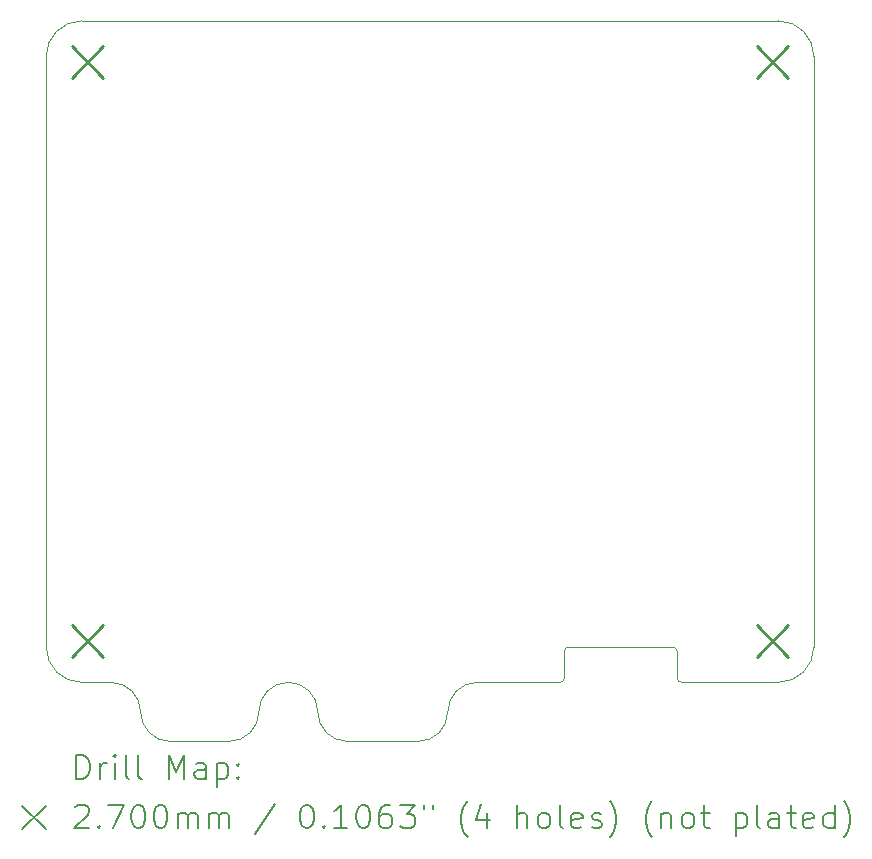
<source format=gbr>
%TF.GenerationSoftware,KiCad,Pcbnew,8.0.2*%
%TF.CreationDate,2024-07-09T10:44:44+02:00*%
%TF.ProjectId,AMS Dongle,414d5320-446f-46e6-976c-652e6b696361,rev?*%
%TF.SameCoordinates,Original*%
%TF.FileFunction,Drillmap*%
%TF.FilePolarity,Positive*%
%FSLAX45Y45*%
G04 Gerber Fmt 4.5, Leading zero omitted, Abs format (unit mm)*
G04 Created by KiCad (PCBNEW 8.0.2) date 2024-07-09 10:44:44*
%MOMM*%
%LPD*%
G01*
G04 APERTURE LIST*
%ADD10C,0.100000*%
%ADD11C,0.200000*%
%ADD12C,0.270000*%
G04 APERTURE END LIST*
D10*
X11800000Y-10250000D02*
G75*
G02*
X11550000Y-10500000I-250000J0D01*
G01*
X10550000Y-10000000D02*
G75*
G02*
X10800000Y-10250000I0J-250000D01*
G01*
X11800000Y-10250000D02*
G75*
G02*
X12050000Y-10000000I250000J0D01*
G01*
X16200000Y-4400000D02*
G75*
G02*
X16500000Y-4700000I0J-300000D01*
G01*
X16500000Y-9700000D02*
X16500000Y-4700000D01*
X14425000Y-9700000D02*
X15305000Y-9700000D01*
X10000000Y-4700000D02*
X10000000Y-6300000D01*
X13400000Y-10250000D02*
G75*
G02*
X13150000Y-10500000I-250000J0D01*
G01*
X12550000Y-10500000D02*
X13150000Y-10500000D01*
X10000000Y-6300000D02*
X10000000Y-8100000D01*
X14387500Y-9737500D02*
G75*
G02*
X14425000Y-9700000I37500J0D01*
G01*
X14387500Y-9965000D02*
X14387500Y-9737500D01*
X10300000Y-10000000D02*
G75*
G02*
X10000000Y-9700000I0J300000D01*
G01*
X14387500Y-9965000D02*
G75*
G02*
X14352500Y-10000000I-35000J0D01*
G01*
X12550000Y-10500000D02*
G75*
G02*
X12300000Y-10250000I0J250000D01*
G01*
X16050000Y-10000000D02*
X15592500Y-10000000D01*
X11050000Y-10500000D02*
X11550000Y-10500000D01*
X13650000Y-10000000D02*
X14137500Y-10000000D01*
X10300000Y-10000000D02*
X10550000Y-10000000D01*
X13400000Y-10250000D02*
G75*
G02*
X13650000Y-10000000I250000J0D01*
G01*
X14352500Y-10000000D02*
X14137500Y-10000000D01*
X15592500Y-10000000D02*
X15377500Y-10000000D01*
X12050000Y-10000000D02*
G75*
G02*
X12300000Y-10250000I0J-250000D01*
G01*
X11050000Y-10500000D02*
G75*
G02*
X10800000Y-10250000I0J250000D01*
G01*
X16050000Y-10000000D02*
X16200000Y-10000000D01*
X15342500Y-9965000D02*
X15342500Y-9737500D01*
X16500000Y-9700000D02*
G75*
G02*
X16200000Y-10000000I-300000J0D01*
G01*
X10000000Y-4700000D02*
G75*
G02*
X10300000Y-4400000I300000J0D01*
G01*
X15377500Y-10000000D02*
G75*
G02*
X15342500Y-9965000I0J35000D01*
G01*
X10000000Y-8100000D02*
X10000000Y-9700000D01*
X15305000Y-9700000D02*
G75*
G02*
X15342500Y-9737500I0J-37500D01*
G01*
X16200000Y-4400000D02*
X10300000Y-4400000D01*
D11*
D12*
X10215000Y-4615000D02*
X10485000Y-4885000D01*
X10485000Y-4615000D02*
X10215000Y-4885000D01*
X10215000Y-9515000D02*
X10485000Y-9785000D01*
X10485000Y-9515000D02*
X10215000Y-9785000D01*
X16015000Y-4615000D02*
X16285000Y-4885000D01*
X16285000Y-4615000D02*
X16015000Y-4885000D01*
X16015000Y-9515000D02*
X16285000Y-9785000D01*
X16285000Y-9515000D02*
X16015000Y-9785000D01*
D11*
X10255777Y-10816484D02*
X10255777Y-10616484D01*
X10255777Y-10616484D02*
X10303396Y-10616484D01*
X10303396Y-10616484D02*
X10331967Y-10626008D01*
X10331967Y-10626008D02*
X10351015Y-10645055D01*
X10351015Y-10645055D02*
X10360539Y-10664103D01*
X10360539Y-10664103D02*
X10370063Y-10702198D01*
X10370063Y-10702198D02*
X10370063Y-10730770D01*
X10370063Y-10730770D02*
X10360539Y-10768865D01*
X10360539Y-10768865D02*
X10351015Y-10787912D01*
X10351015Y-10787912D02*
X10331967Y-10806960D01*
X10331967Y-10806960D02*
X10303396Y-10816484D01*
X10303396Y-10816484D02*
X10255777Y-10816484D01*
X10455777Y-10816484D02*
X10455777Y-10683150D01*
X10455777Y-10721246D02*
X10465301Y-10702198D01*
X10465301Y-10702198D02*
X10474824Y-10692674D01*
X10474824Y-10692674D02*
X10493872Y-10683150D01*
X10493872Y-10683150D02*
X10512920Y-10683150D01*
X10579586Y-10816484D02*
X10579586Y-10683150D01*
X10579586Y-10616484D02*
X10570063Y-10626008D01*
X10570063Y-10626008D02*
X10579586Y-10635531D01*
X10579586Y-10635531D02*
X10589110Y-10626008D01*
X10589110Y-10626008D02*
X10579586Y-10616484D01*
X10579586Y-10616484D02*
X10579586Y-10635531D01*
X10703396Y-10816484D02*
X10684348Y-10806960D01*
X10684348Y-10806960D02*
X10674824Y-10787912D01*
X10674824Y-10787912D02*
X10674824Y-10616484D01*
X10808158Y-10816484D02*
X10789110Y-10806960D01*
X10789110Y-10806960D02*
X10779586Y-10787912D01*
X10779586Y-10787912D02*
X10779586Y-10616484D01*
X11036729Y-10816484D02*
X11036729Y-10616484D01*
X11036729Y-10616484D02*
X11103396Y-10759341D01*
X11103396Y-10759341D02*
X11170063Y-10616484D01*
X11170063Y-10616484D02*
X11170063Y-10816484D01*
X11351015Y-10816484D02*
X11351015Y-10711722D01*
X11351015Y-10711722D02*
X11341491Y-10692674D01*
X11341491Y-10692674D02*
X11322443Y-10683150D01*
X11322443Y-10683150D02*
X11284348Y-10683150D01*
X11284348Y-10683150D02*
X11265301Y-10692674D01*
X11351015Y-10806960D02*
X11331967Y-10816484D01*
X11331967Y-10816484D02*
X11284348Y-10816484D01*
X11284348Y-10816484D02*
X11265301Y-10806960D01*
X11265301Y-10806960D02*
X11255777Y-10787912D01*
X11255777Y-10787912D02*
X11255777Y-10768865D01*
X11255777Y-10768865D02*
X11265301Y-10749817D01*
X11265301Y-10749817D02*
X11284348Y-10740293D01*
X11284348Y-10740293D02*
X11331967Y-10740293D01*
X11331967Y-10740293D02*
X11351015Y-10730770D01*
X11446253Y-10683150D02*
X11446253Y-10883150D01*
X11446253Y-10692674D02*
X11465301Y-10683150D01*
X11465301Y-10683150D02*
X11503396Y-10683150D01*
X11503396Y-10683150D02*
X11522443Y-10692674D01*
X11522443Y-10692674D02*
X11531967Y-10702198D01*
X11531967Y-10702198D02*
X11541491Y-10721246D01*
X11541491Y-10721246D02*
X11541491Y-10778389D01*
X11541491Y-10778389D02*
X11531967Y-10797436D01*
X11531967Y-10797436D02*
X11522443Y-10806960D01*
X11522443Y-10806960D02*
X11503396Y-10816484D01*
X11503396Y-10816484D02*
X11465301Y-10816484D01*
X11465301Y-10816484D02*
X11446253Y-10806960D01*
X11627205Y-10797436D02*
X11636729Y-10806960D01*
X11636729Y-10806960D02*
X11627205Y-10816484D01*
X11627205Y-10816484D02*
X11617682Y-10806960D01*
X11617682Y-10806960D02*
X11627205Y-10797436D01*
X11627205Y-10797436D02*
X11627205Y-10816484D01*
X11627205Y-10692674D02*
X11636729Y-10702198D01*
X11636729Y-10702198D02*
X11627205Y-10711722D01*
X11627205Y-10711722D02*
X11617682Y-10702198D01*
X11617682Y-10702198D02*
X11627205Y-10692674D01*
X11627205Y-10692674D02*
X11627205Y-10711722D01*
X9795000Y-11045000D02*
X9995000Y-11245000D01*
X9995000Y-11045000D02*
X9795000Y-11245000D01*
X10246253Y-11055531D02*
X10255777Y-11046008D01*
X10255777Y-11046008D02*
X10274824Y-11036484D01*
X10274824Y-11036484D02*
X10322444Y-11036484D01*
X10322444Y-11036484D02*
X10341491Y-11046008D01*
X10341491Y-11046008D02*
X10351015Y-11055531D01*
X10351015Y-11055531D02*
X10360539Y-11074579D01*
X10360539Y-11074579D02*
X10360539Y-11093627D01*
X10360539Y-11093627D02*
X10351015Y-11122198D01*
X10351015Y-11122198D02*
X10236729Y-11236484D01*
X10236729Y-11236484D02*
X10360539Y-11236484D01*
X10446253Y-11217436D02*
X10455777Y-11226960D01*
X10455777Y-11226960D02*
X10446253Y-11236484D01*
X10446253Y-11236484D02*
X10436729Y-11226960D01*
X10436729Y-11226960D02*
X10446253Y-11217436D01*
X10446253Y-11217436D02*
X10446253Y-11236484D01*
X10522444Y-11036484D02*
X10655777Y-11036484D01*
X10655777Y-11036484D02*
X10570063Y-11236484D01*
X10770063Y-11036484D02*
X10789110Y-11036484D01*
X10789110Y-11036484D02*
X10808158Y-11046008D01*
X10808158Y-11046008D02*
X10817682Y-11055531D01*
X10817682Y-11055531D02*
X10827205Y-11074579D01*
X10827205Y-11074579D02*
X10836729Y-11112674D01*
X10836729Y-11112674D02*
X10836729Y-11160293D01*
X10836729Y-11160293D02*
X10827205Y-11198388D01*
X10827205Y-11198388D02*
X10817682Y-11217436D01*
X10817682Y-11217436D02*
X10808158Y-11226960D01*
X10808158Y-11226960D02*
X10789110Y-11236484D01*
X10789110Y-11236484D02*
X10770063Y-11236484D01*
X10770063Y-11236484D02*
X10751015Y-11226960D01*
X10751015Y-11226960D02*
X10741491Y-11217436D01*
X10741491Y-11217436D02*
X10731967Y-11198388D01*
X10731967Y-11198388D02*
X10722444Y-11160293D01*
X10722444Y-11160293D02*
X10722444Y-11112674D01*
X10722444Y-11112674D02*
X10731967Y-11074579D01*
X10731967Y-11074579D02*
X10741491Y-11055531D01*
X10741491Y-11055531D02*
X10751015Y-11046008D01*
X10751015Y-11046008D02*
X10770063Y-11036484D01*
X10960539Y-11036484D02*
X10979586Y-11036484D01*
X10979586Y-11036484D02*
X10998634Y-11046008D01*
X10998634Y-11046008D02*
X11008158Y-11055531D01*
X11008158Y-11055531D02*
X11017682Y-11074579D01*
X11017682Y-11074579D02*
X11027205Y-11112674D01*
X11027205Y-11112674D02*
X11027205Y-11160293D01*
X11027205Y-11160293D02*
X11017682Y-11198388D01*
X11017682Y-11198388D02*
X11008158Y-11217436D01*
X11008158Y-11217436D02*
X10998634Y-11226960D01*
X10998634Y-11226960D02*
X10979586Y-11236484D01*
X10979586Y-11236484D02*
X10960539Y-11236484D01*
X10960539Y-11236484D02*
X10941491Y-11226960D01*
X10941491Y-11226960D02*
X10931967Y-11217436D01*
X10931967Y-11217436D02*
X10922444Y-11198388D01*
X10922444Y-11198388D02*
X10912920Y-11160293D01*
X10912920Y-11160293D02*
X10912920Y-11112674D01*
X10912920Y-11112674D02*
X10922444Y-11074579D01*
X10922444Y-11074579D02*
X10931967Y-11055531D01*
X10931967Y-11055531D02*
X10941491Y-11046008D01*
X10941491Y-11046008D02*
X10960539Y-11036484D01*
X11112920Y-11236484D02*
X11112920Y-11103150D01*
X11112920Y-11122198D02*
X11122444Y-11112674D01*
X11122444Y-11112674D02*
X11141491Y-11103150D01*
X11141491Y-11103150D02*
X11170063Y-11103150D01*
X11170063Y-11103150D02*
X11189110Y-11112674D01*
X11189110Y-11112674D02*
X11198634Y-11131722D01*
X11198634Y-11131722D02*
X11198634Y-11236484D01*
X11198634Y-11131722D02*
X11208158Y-11112674D01*
X11208158Y-11112674D02*
X11227205Y-11103150D01*
X11227205Y-11103150D02*
X11255777Y-11103150D01*
X11255777Y-11103150D02*
X11274824Y-11112674D01*
X11274824Y-11112674D02*
X11284348Y-11131722D01*
X11284348Y-11131722D02*
X11284348Y-11236484D01*
X11379586Y-11236484D02*
X11379586Y-11103150D01*
X11379586Y-11122198D02*
X11389110Y-11112674D01*
X11389110Y-11112674D02*
X11408158Y-11103150D01*
X11408158Y-11103150D02*
X11436729Y-11103150D01*
X11436729Y-11103150D02*
X11455777Y-11112674D01*
X11455777Y-11112674D02*
X11465301Y-11131722D01*
X11465301Y-11131722D02*
X11465301Y-11236484D01*
X11465301Y-11131722D02*
X11474824Y-11112674D01*
X11474824Y-11112674D02*
X11493872Y-11103150D01*
X11493872Y-11103150D02*
X11522443Y-11103150D01*
X11522443Y-11103150D02*
X11541491Y-11112674D01*
X11541491Y-11112674D02*
X11551015Y-11131722D01*
X11551015Y-11131722D02*
X11551015Y-11236484D01*
X11941491Y-11026960D02*
X11770063Y-11284103D01*
X12198634Y-11036484D02*
X12217682Y-11036484D01*
X12217682Y-11036484D02*
X12236729Y-11046008D01*
X12236729Y-11046008D02*
X12246253Y-11055531D01*
X12246253Y-11055531D02*
X12255777Y-11074579D01*
X12255777Y-11074579D02*
X12265301Y-11112674D01*
X12265301Y-11112674D02*
X12265301Y-11160293D01*
X12265301Y-11160293D02*
X12255777Y-11198388D01*
X12255777Y-11198388D02*
X12246253Y-11217436D01*
X12246253Y-11217436D02*
X12236729Y-11226960D01*
X12236729Y-11226960D02*
X12217682Y-11236484D01*
X12217682Y-11236484D02*
X12198634Y-11236484D01*
X12198634Y-11236484D02*
X12179586Y-11226960D01*
X12179586Y-11226960D02*
X12170063Y-11217436D01*
X12170063Y-11217436D02*
X12160539Y-11198388D01*
X12160539Y-11198388D02*
X12151015Y-11160293D01*
X12151015Y-11160293D02*
X12151015Y-11112674D01*
X12151015Y-11112674D02*
X12160539Y-11074579D01*
X12160539Y-11074579D02*
X12170063Y-11055531D01*
X12170063Y-11055531D02*
X12179586Y-11046008D01*
X12179586Y-11046008D02*
X12198634Y-11036484D01*
X12351015Y-11217436D02*
X12360539Y-11226960D01*
X12360539Y-11226960D02*
X12351015Y-11236484D01*
X12351015Y-11236484D02*
X12341491Y-11226960D01*
X12341491Y-11226960D02*
X12351015Y-11217436D01*
X12351015Y-11217436D02*
X12351015Y-11236484D01*
X12551015Y-11236484D02*
X12436729Y-11236484D01*
X12493872Y-11236484D02*
X12493872Y-11036484D01*
X12493872Y-11036484D02*
X12474825Y-11065055D01*
X12474825Y-11065055D02*
X12455777Y-11084103D01*
X12455777Y-11084103D02*
X12436729Y-11093627D01*
X12674825Y-11036484D02*
X12693872Y-11036484D01*
X12693872Y-11036484D02*
X12712920Y-11046008D01*
X12712920Y-11046008D02*
X12722444Y-11055531D01*
X12722444Y-11055531D02*
X12731967Y-11074579D01*
X12731967Y-11074579D02*
X12741491Y-11112674D01*
X12741491Y-11112674D02*
X12741491Y-11160293D01*
X12741491Y-11160293D02*
X12731967Y-11198388D01*
X12731967Y-11198388D02*
X12722444Y-11217436D01*
X12722444Y-11217436D02*
X12712920Y-11226960D01*
X12712920Y-11226960D02*
X12693872Y-11236484D01*
X12693872Y-11236484D02*
X12674825Y-11236484D01*
X12674825Y-11236484D02*
X12655777Y-11226960D01*
X12655777Y-11226960D02*
X12646253Y-11217436D01*
X12646253Y-11217436D02*
X12636729Y-11198388D01*
X12636729Y-11198388D02*
X12627206Y-11160293D01*
X12627206Y-11160293D02*
X12627206Y-11112674D01*
X12627206Y-11112674D02*
X12636729Y-11074579D01*
X12636729Y-11074579D02*
X12646253Y-11055531D01*
X12646253Y-11055531D02*
X12655777Y-11046008D01*
X12655777Y-11046008D02*
X12674825Y-11036484D01*
X12912920Y-11036484D02*
X12874825Y-11036484D01*
X12874825Y-11036484D02*
X12855777Y-11046008D01*
X12855777Y-11046008D02*
X12846253Y-11055531D01*
X12846253Y-11055531D02*
X12827206Y-11084103D01*
X12827206Y-11084103D02*
X12817682Y-11122198D01*
X12817682Y-11122198D02*
X12817682Y-11198388D01*
X12817682Y-11198388D02*
X12827206Y-11217436D01*
X12827206Y-11217436D02*
X12836729Y-11226960D01*
X12836729Y-11226960D02*
X12855777Y-11236484D01*
X12855777Y-11236484D02*
X12893872Y-11236484D01*
X12893872Y-11236484D02*
X12912920Y-11226960D01*
X12912920Y-11226960D02*
X12922444Y-11217436D01*
X12922444Y-11217436D02*
X12931967Y-11198388D01*
X12931967Y-11198388D02*
X12931967Y-11150770D01*
X12931967Y-11150770D02*
X12922444Y-11131722D01*
X12922444Y-11131722D02*
X12912920Y-11122198D01*
X12912920Y-11122198D02*
X12893872Y-11112674D01*
X12893872Y-11112674D02*
X12855777Y-11112674D01*
X12855777Y-11112674D02*
X12836729Y-11122198D01*
X12836729Y-11122198D02*
X12827206Y-11131722D01*
X12827206Y-11131722D02*
X12817682Y-11150770D01*
X12998634Y-11036484D02*
X13122444Y-11036484D01*
X13122444Y-11036484D02*
X13055777Y-11112674D01*
X13055777Y-11112674D02*
X13084348Y-11112674D01*
X13084348Y-11112674D02*
X13103396Y-11122198D01*
X13103396Y-11122198D02*
X13112920Y-11131722D01*
X13112920Y-11131722D02*
X13122444Y-11150770D01*
X13122444Y-11150770D02*
X13122444Y-11198388D01*
X13122444Y-11198388D02*
X13112920Y-11217436D01*
X13112920Y-11217436D02*
X13103396Y-11226960D01*
X13103396Y-11226960D02*
X13084348Y-11236484D01*
X13084348Y-11236484D02*
X13027206Y-11236484D01*
X13027206Y-11236484D02*
X13008158Y-11226960D01*
X13008158Y-11226960D02*
X12998634Y-11217436D01*
X13198634Y-11036484D02*
X13198634Y-11074579D01*
X13274825Y-11036484D02*
X13274825Y-11074579D01*
X13570063Y-11312674D02*
X13560539Y-11303150D01*
X13560539Y-11303150D02*
X13541491Y-11274579D01*
X13541491Y-11274579D02*
X13531968Y-11255531D01*
X13531968Y-11255531D02*
X13522444Y-11226960D01*
X13522444Y-11226960D02*
X13512920Y-11179341D01*
X13512920Y-11179341D02*
X13512920Y-11141246D01*
X13512920Y-11141246D02*
X13522444Y-11093627D01*
X13522444Y-11093627D02*
X13531968Y-11065055D01*
X13531968Y-11065055D02*
X13541491Y-11046008D01*
X13541491Y-11046008D02*
X13560539Y-11017436D01*
X13560539Y-11017436D02*
X13570063Y-11007912D01*
X13731968Y-11103150D02*
X13731968Y-11236484D01*
X13684348Y-11026960D02*
X13636729Y-11169817D01*
X13636729Y-11169817D02*
X13760539Y-11169817D01*
X13989110Y-11236484D02*
X13989110Y-11036484D01*
X14074825Y-11236484D02*
X14074825Y-11131722D01*
X14074825Y-11131722D02*
X14065301Y-11112674D01*
X14065301Y-11112674D02*
X14046253Y-11103150D01*
X14046253Y-11103150D02*
X14017682Y-11103150D01*
X14017682Y-11103150D02*
X13998634Y-11112674D01*
X13998634Y-11112674D02*
X13989110Y-11122198D01*
X14198634Y-11236484D02*
X14179587Y-11226960D01*
X14179587Y-11226960D02*
X14170063Y-11217436D01*
X14170063Y-11217436D02*
X14160539Y-11198388D01*
X14160539Y-11198388D02*
X14160539Y-11141246D01*
X14160539Y-11141246D02*
X14170063Y-11122198D01*
X14170063Y-11122198D02*
X14179587Y-11112674D01*
X14179587Y-11112674D02*
X14198634Y-11103150D01*
X14198634Y-11103150D02*
X14227206Y-11103150D01*
X14227206Y-11103150D02*
X14246253Y-11112674D01*
X14246253Y-11112674D02*
X14255777Y-11122198D01*
X14255777Y-11122198D02*
X14265301Y-11141246D01*
X14265301Y-11141246D02*
X14265301Y-11198388D01*
X14265301Y-11198388D02*
X14255777Y-11217436D01*
X14255777Y-11217436D02*
X14246253Y-11226960D01*
X14246253Y-11226960D02*
X14227206Y-11236484D01*
X14227206Y-11236484D02*
X14198634Y-11236484D01*
X14379587Y-11236484D02*
X14360539Y-11226960D01*
X14360539Y-11226960D02*
X14351015Y-11207912D01*
X14351015Y-11207912D02*
X14351015Y-11036484D01*
X14531968Y-11226960D02*
X14512920Y-11236484D01*
X14512920Y-11236484D02*
X14474825Y-11236484D01*
X14474825Y-11236484D02*
X14455777Y-11226960D01*
X14455777Y-11226960D02*
X14446253Y-11207912D01*
X14446253Y-11207912D02*
X14446253Y-11131722D01*
X14446253Y-11131722D02*
X14455777Y-11112674D01*
X14455777Y-11112674D02*
X14474825Y-11103150D01*
X14474825Y-11103150D02*
X14512920Y-11103150D01*
X14512920Y-11103150D02*
X14531968Y-11112674D01*
X14531968Y-11112674D02*
X14541491Y-11131722D01*
X14541491Y-11131722D02*
X14541491Y-11150770D01*
X14541491Y-11150770D02*
X14446253Y-11169817D01*
X14617682Y-11226960D02*
X14636730Y-11236484D01*
X14636730Y-11236484D02*
X14674825Y-11236484D01*
X14674825Y-11236484D02*
X14693872Y-11226960D01*
X14693872Y-11226960D02*
X14703396Y-11207912D01*
X14703396Y-11207912D02*
X14703396Y-11198388D01*
X14703396Y-11198388D02*
X14693872Y-11179341D01*
X14693872Y-11179341D02*
X14674825Y-11169817D01*
X14674825Y-11169817D02*
X14646253Y-11169817D01*
X14646253Y-11169817D02*
X14627206Y-11160293D01*
X14627206Y-11160293D02*
X14617682Y-11141246D01*
X14617682Y-11141246D02*
X14617682Y-11131722D01*
X14617682Y-11131722D02*
X14627206Y-11112674D01*
X14627206Y-11112674D02*
X14646253Y-11103150D01*
X14646253Y-11103150D02*
X14674825Y-11103150D01*
X14674825Y-11103150D02*
X14693872Y-11112674D01*
X14770063Y-11312674D02*
X14779587Y-11303150D01*
X14779587Y-11303150D02*
X14798634Y-11274579D01*
X14798634Y-11274579D02*
X14808158Y-11255531D01*
X14808158Y-11255531D02*
X14817682Y-11226960D01*
X14817682Y-11226960D02*
X14827206Y-11179341D01*
X14827206Y-11179341D02*
X14827206Y-11141246D01*
X14827206Y-11141246D02*
X14817682Y-11093627D01*
X14817682Y-11093627D02*
X14808158Y-11065055D01*
X14808158Y-11065055D02*
X14798634Y-11046008D01*
X14798634Y-11046008D02*
X14779587Y-11017436D01*
X14779587Y-11017436D02*
X14770063Y-11007912D01*
X15131968Y-11312674D02*
X15122444Y-11303150D01*
X15122444Y-11303150D02*
X15103396Y-11274579D01*
X15103396Y-11274579D02*
X15093872Y-11255531D01*
X15093872Y-11255531D02*
X15084349Y-11226960D01*
X15084349Y-11226960D02*
X15074825Y-11179341D01*
X15074825Y-11179341D02*
X15074825Y-11141246D01*
X15074825Y-11141246D02*
X15084349Y-11093627D01*
X15084349Y-11093627D02*
X15093872Y-11065055D01*
X15093872Y-11065055D02*
X15103396Y-11046008D01*
X15103396Y-11046008D02*
X15122444Y-11017436D01*
X15122444Y-11017436D02*
X15131968Y-11007912D01*
X15208158Y-11103150D02*
X15208158Y-11236484D01*
X15208158Y-11122198D02*
X15217682Y-11112674D01*
X15217682Y-11112674D02*
X15236730Y-11103150D01*
X15236730Y-11103150D02*
X15265301Y-11103150D01*
X15265301Y-11103150D02*
X15284349Y-11112674D01*
X15284349Y-11112674D02*
X15293872Y-11131722D01*
X15293872Y-11131722D02*
X15293872Y-11236484D01*
X15417682Y-11236484D02*
X15398634Y-11226960D01*
X15398634Y-11226960D02*
X15389111Y-11217436D01*
X15389111Y-11217436D02*
X15379587Y-11198388D01*
X15379587Y-11198388D02*
X15379587Y-11141246D01*
X15379587Y-11141246D02*
X15389111Y-11122198D01*
X15389111Y-11122198D02*
X15398634Y-11112674D01*
X15398634Y-11112674D02*
X15417682Y-11103150D01*
X15417682Y-11103150D02*
X15446253Y-11103150D01*
X15446253Y-11103150D02*
X15465301Y-11112674D01*
X15465301Y-11112674D02*
X15474825Y-11122198D01*
X15474825Y-11122198D02*
X15484349Y-11141246D01*
X15484349Y-11141246D02*
X15484349Y-11198388D01*
X15484349Y-11198388D02*
X15474825Y-11217436D01*
X15474825Y-11217436D02*
X15465301Y-11226960D01*
X15465301Y-11226960D02*
X15446253Y-11236484D01*
X15446253Y-11236484D02*
X15417682Y-11236484D01*
X15541492Y-11103150D02*
X15617682Y-11103150D01*
X15570063Y-11036484D02*
X15570063Y-11207912D01*
X15570063Y-11207912D02*
X15579587Y-11226960D01*
X15579587Y-11226960D02*
X15598634Y-11236484D01*
X15598634Y-11236484D02*
X15617682Y-11236484D01*
X15836730Y-11103150D02*
X15836730Y-11303150D01*
X15836730Y-11112674D02*
X15855777Y-11103150D01*
X15855777Y-11103150D02*
X15893873Y-11103150D01*
X15893873Y-11103150D02*
X15912920Y-11112674D01*
X15912920Y-11112674D02*
X15922444Y-11122198D01*
X15922444Y-11122198D02*
X15931968Y-11141246D01*
X15931968Y-11141246D02*
X15931968Y-11198388D01*
X15931968Y-11198388D02*
X15922444Y-11217436D01*
X15922444Y-11217436D02*
X15912920Y-11226960D01*
X15912920Y-11226960D02*
X15893873Y-11236484D01*
X15893873Y-11236484D02*
X15855777Y-11236484D01*
X15855777Y-11236484D02*
X15836730Y-11226960D01*
X16046253Y-11236484D02*
X16027206Y-11226960D01*
X16027206Y-11226960D02*
X16017682Y-11207912D01*
X16017682Y-11207912D02*
X16017682Y-11036484D01*
X16208158Y-11236484D02*
X16208158Y-11131722D01*
X16208158Y-11131722D02*
X16198634Y-11112674D01*
X16198634Y-11112674D02*
X16179587Y-11103150D01*
X16179587Y-11103150D02*
X16141492Y-11103150D01*
X16141492Y-11103150D02*
X16122444Y-11112674D01*
X16208158Y-11226960D02*
X16189111Y-11236484D01*
X16189111Y-11236484D02*
X16141492Y-11236484D01*
X16141492Y-11236484D02*
X16122444Y-11226960D01*
X16122444Y-11226960D02*
X16112920Y-11207912D01*
X16112920Y-11207912D02*
X16112920Y-11188865D01*
X16112920Y-11188865D02*
X16122444Y-11169817D01*
X16122444Y-11169817D02*
X16141492Y-11160293D01*
X16141492Y-11160293D02*
X16189111Y-11160293D01*
X16189111Y-11160293D02*
X16208158Y-11150770D01*
X16274825Y-11103150D02*
X16351015Y-11103150D01*
X16303396Y-11036484D02*
X16303396Y-11207912D01*
X16303396Y-11207912D02*
X16312920Y-11226960D01*
X16312920Y-11226960D02*
X16331968Y-11236484D01*
X16331968Y-11236484D02*
X16351015Y-11236484D01*
X16493873Y-11226960D02*
X16474825Y-11236484D01*
X16474825Y-11236484D02*
X16436730Y-11236484D01*
X16436730Y-11236484D02*
X16417682Y-11226960D01*
X16417682Y-11226960D02*
X16408158Y-11207912D01*
X16408158Y-11207912D02*
X16408158Y-11131722D01*
X16408158Y-11131722D02*
X16417682Y-11112674D01*
X16417682Y-11112674D02*
X16436730Y-11103150D01*
X16436730Y-11103150D02*
X16474825Y-11103150D01*
X16474825Y-11103150D02*
X16493873Y-11112674D01*
X16493873Y-11112674D02*
X16503396Y-11131722D01*
X16503396Y-11131722D02*
X16503396Y-11150770D01*
X16503396Y-11150770D02*
X16408158Y-11169817D01*
X16674825Y-11236484D02*
X16674825Y-11036484D01*
X16674825Y-11226960D02*
X16655777Y-11236484D01*
X16655777Y-11236484D02*
X16617682Y-11236484D01*
X16617682Y-11236484D02*
X16598634Y-11226960D01*
X16598634Y-11226960D02*
X16589111Y-11217436D01*
X16589111Y-11217436D02*
X16579587Y-11198388D01*
X16579587Y-11198388D02*
X16579587Y-11141246D01*
X16579587Y-11141246D02*
X16589111Y-11122198D01*
X16589111Y-11122198D02*
X16598634Y-11112674D01*
X16598634Y-11112674D02*
X16617682Y-11103150D01*
X16617682Y-11103150D02*
X16655777Y-11103150D01*
X16655777Y-11103150D02*
X16674825Y-11112674D01*
X16751015Y-11312674D02*
X16760539Y-11303150D01*
X16760539Y-11303150D02*
X16779587Y-11274579D01*
X16779587Y-11274579D02*
X16789111Y-11255531D01*
X16789111Y-11255531D02*
X16798635Y-11226960D01*
X16798635Y-11226960D02*
X16808158Y-11179341D01*
X16808158Y-11179341D02*
X16808158Y-11141246D01*
X16808158Y-11141246D02*
X16798635Y-11093627D01*
X16798635Y-11093627D02*
X16789111Y-11065055D01*
X16789111Y-11065055D02*
X16779587Y-11046008D01*
X16779587Y-11046008D02*
X16760539Y-11017436D01*
X16760539Y-11017436D02*
X16751015Y-11007912D01*
M02*

</source>
